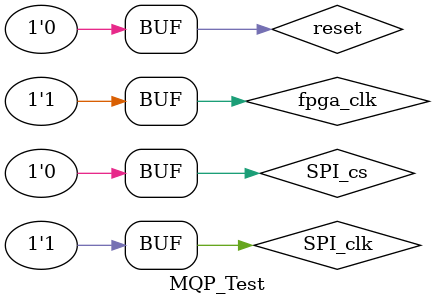
<source format=v>
`timescale 1ns / 1ps


module MQP_Test;

	// Inputs
	reg fpga_clk;
	reg serial_data1;
	reg serial_data2;
	reg reset;
	reg [4:0]counter;
	reg en;
	reg SPI_clk;
	reg SPI_cs;
	reg [11:0] data_storage;
	reg [11:0] next_data;

	// Outputs
	wire SI1;
	wire sensor_clk;
	wire ADC_clk;
	wire chip_select;
	wire SPI_MISO;
	//CR START
	wire [11:0] Data1;
	//wire [11:0] Data2;
	wire clk_4M_out;
	//cr end
	
	

	
	// Instantiate the Unit Under Test (UUT)
	Top_Module uut (
		.fpga_clk(fpga_clk), 
		.serial_data1(serial_data1),
		.serial_data2(serial_data2), 
		.reset(reset), 
		//CR start
		.SPI_clk(SPI_clk),
		.SPI_cs(SPI_cs),
		//cr end
		.SI1(SI1), 
		.sensor_clk(sensor_clk), 
		.ADC_clk(ADC_clk), 
		.chip_select(chip_select), 
		//CR start
		.SPI_MISO(SPI_MISO),
		.clk_4M_out(clk_4M_out),
		.DataOut(Data1)
		//.Data2(Data2)
		//CR END
	);
	
	always
	begin
		fpga_clk = 0;
		#5;
		fpga_clk = 1;
		#5;
	end
	
	always
	begin
		SPI_clk = 0;
		#125;
		SPI_clk = 1;
		#125;
	end
	
	always
	begin
		SPI_cs = 1;
		#512000;
		SPI_cs = 0;
		#512000;
	end
	
	always @(negedge chip_select)
	begin
		en <=1;
	end
	
	always @(negedge ADC_clk)
	begin
		if(en)
		begin
			if(counter > 12)
			begin
				serial_data1 <= 0;
				serial_data2 <= 0;
				counter <= counter-1'b1;
			end
		else 	if(counter > 0)
			begin
				data_storage <= {data_storage[10:0], 1'b0};
				serial_data1 <= data_storage[11];
				serial_data2 <= ~serial_data2;
				counter <= counter - 1'b1;
			end
			else
			begin
				en <= 0;
				counter <= 16;
				data_storage <= next_data;
				$display("Time:%t Next Data: %b Data Out: %b SI:%b",$time,next_data,data_storage, SI1); 
				next_data = next_data + 1'b1;
			end
		end
	end
	
	initial begin
		// Initialize Inputs
		reset = 0;
		serial_data1 = 0;
		serial_data2 = 0;
		counter = 16;
		en = 0;
		next_data = 0;
		

		// Wait 100 ns for global reset to finish
		reset = 1;
		#10;
		reset = 0;
		#5000000;
		reset = 1;
		#10;
      reset = 0;
	end
      
endmodule



</source>
